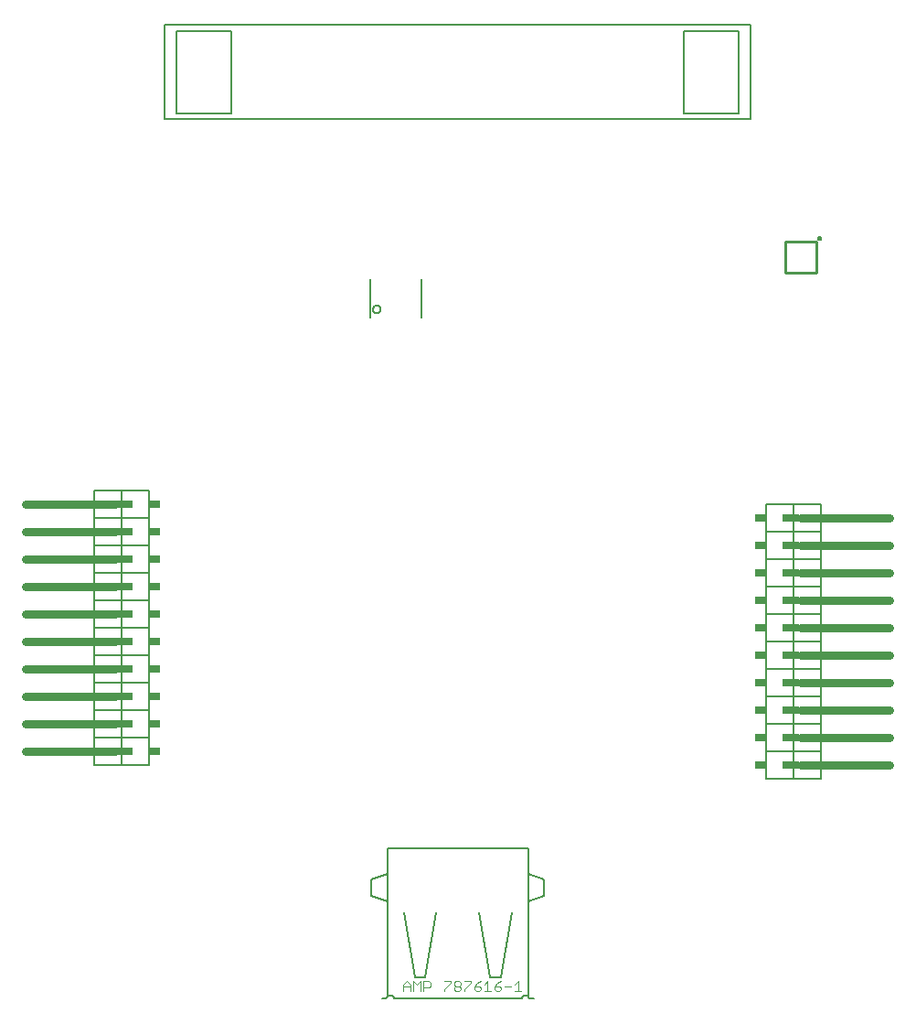
<source format=gto>
G75*
%MOIN*%
%OFA0B0*%
%FSLAX25Y25*%
%IPPOS*%
%LPD*%
%AMOC8*
5,1,8,0,0,1.08239X$1,22.5*
%
%ADD10C,0.00600*%
%ADD11C,0.00500*%
%ADD12C,0.03000*%
%ADD13R,0.02000X0.03000*%
%ADD14R,0.04000X0.03000*%
%ADD15C,0.01000*%
%ADD16C,0.00800*%
%ADD17C,0.00300*%
D10*
X0027500Y0090000D02*
X0037500Y0090000D01*
X0047500Y0090000D01*
X0047500Y0100000D01*
X0047500Y0110000D01*
X0047500Y0120000D01*
X0047500Y0130000D01*
X0047500Y0140000D01*
X0047500Y0150000D01*
X0047500Y0160000D01*
X0047500Y0170000D01*
X0047500Y0180000D01*
X0047500Y0190000D01*
X0037500Y0190000D01*
X0037500Y0180000D01*
X0037500Y0170000D01*
X0037500Y0160000D01*
X0037500Y0150000D01*
X0037500Y0140000D01*
X0037500Y0130000D01*
X0037500Y0120000D01*
X0037500Y0110000D01*
X0037500Y0100000D01*
X0037500Y0090000D01*
X0037500Y0100000D01*
X0047500Y0100000D01*
X0047500Y0110000D02*
X0037500Y0110000D01*
X0037500Y0120000D01*
X0047500Y0120000D01*
X0047500Y0130000D02*
X0037500Y0130000D01*
X0037500Y0140000D01*
X0047500Y0140000D01*
X0047500Y0150000D02*
X0037500Y0150000D01*
X0037500Y0160000D01*
X0047500Y0160000D01*
X0047500Y0170000D02*
X0037500Y0170000D01*
X0037500Y0180000D01*
X0047500Y0180000D01*
X0037500Y0180000D02*
X0037500Y0190000D01*
X0027500Y0190000D01*
X0027500Y0180000D01*
X0027500Y0170000D01*
X0027500Y0160000D01*
X0027500Y0150000D01*
X0027500Y0140000D01*
X0027500Y0130000D01*
X0027500Y0120000D01*
X0027500Y0110000D01*
X0027500Y0100000D01*
X0027500Y0090000D01*
X0027500Y0100000D02*
X0037500Y0100000D01*
X0037500Y0110000D01*
X0027500Y0110000D01*
X0027500Y0120000D02*
X0037500Y0120000D01*
X0037500Y0130000D01*
X0027500Y0130000D01*
X0027500Y0140000D02*
X0037500Y0140000D01*
X0037500Y0150000D01*
X0027500Y0150000D01*
X0027500Y0160000D02*
X0037500Y0160000D01*
X0037500Y0170000D01*
X0027500Y0170000D01*
X0027500Y0180000D02*
X0037500Y0180000D01*
X0128201Y0252902D02*
X0128201Y0267098D01*
X0146799Y0267098D02*
X0146799Y0252902D01*
X0272500Y0185000D02*
X0272500Y0175000D01*
X0272500Y0165000D01*
X0272500Y0155000D01*
X0272500Y0145000D01*
X0272500Y0135000D01*
X0272500Y0125000D01*
X0272500Y0115000D01*
X0272500Y0105000D01*
X0272500Y0095000D01*
X0272500Y0085000D01*
X0282500Y0085000D01*
X0292500Y0085000D01*
X0292500Y0095000D01*
X0292500Y0105000D01*
X0292500Y0115000D01*
X0292500Y0125000D01*
X0292500Y0135000D01*
X0292500Y0145000D01*
X0292500Y0155000D01*
X0292500Y0165000D01*
X0292500Y0175000D01*
X0292500Y0185000D01*
X0282500Y0185000D01*
X0282500Y0175000D01*
X0282500Y0165000D01*
X0282500Y0155000D01*
X0282500Y0145000D01*
X0282500Y0135000D01*
X0282500Y0125000D01*
X0282500Y0115000D01*
X0282500Y0105000D01*
X0282500Y0095000D01*
X0282500Y0085000D01*
X0282500Y0095000D01*
X0292500Y0095000D01*
X0292500Y0105000D02*
X0282500Y0105000D01*
X0282500Y0095000D01*
X0272500Y0095000D01*
X0272500Y0105000D02*
X0282500Y0105000D01*
X0282500Y0115000D01*
X0292500Y0115000D01*
X0292500Y0125000D02*
X0282500Y0125000D01*
X0282500Y0115000D01*
X0272500Y0115000D01*
X0272500Y0125000D02*
X0282500Y0125000D01*
X0282500Y0135000D01*
X0292500Y0135000D01*
X0292500Y0145000D02*
X0282500Y0145000D01*
X0282500Y0135000D01*
X0272500Y0135000D01*
X0272500Y0145000D02*
X0282500Y0145000D01*
X0282500Y0155000D01*
X0292500Y0155000D01*
X0292500Y0165000D02*
X0282500Y0165000D01*
X0282500Y0155000D01*
X0272500Y0155000D01*
X0272500Y0165000D02*
X0282500Y0165000D01*
X0282500Y0175000D01*
X0292500Y0175000D01*
X0282500Y0175000D02*
X0282500Y0185000D01*
X0272500Y0185000D01*
X0272500Y0175000D02*
X0282500Y0175000D01*
D11*
X0291725Y0281875D02*
X0291727Y0281899D01*
X0291733Y0281923D01*
X0291742Y0281945D01*
X0291755Y0281965D01*
X0291771Y0281983D01*
X0291790Y0281998D01*
X0291811Y0282011D01*
X0291833Y0282019D01*
X0291857Y0282024D01*
X0291881Y0282025D01*
X0291905Y0282022D01*
X0291928Y0282015D01*
X0291950Y0282005D01*
X0291970Y0281991D01*
X0291987Y0281974D01*
X0292002Y0281955D01*
X0292013Y0281934D01*
X0292021Y0281911D01*
X0292025Y0281887D01*
X0292025Y0281863D01*
X0292021Y0281839D01*
X0292013Y0281816D01*
X0292002Y0281795D01*
X0291987Y0281776D01*
X0291970Y0281759D01*
X0291950Y0281745D01*
X0291928Y0281735D01*
X0291905Y0281728D01*
X0291881Y0281725D01*
X0291857Y0281726D01*
X0291833Y0281731D01*
X0291811Y0281739D01*
X0291790Y0281752D01*
X0291771Y0281767D01*
X0291755Y0281785D01*
X0291742Y0281805D01*
X0291733Y0281827D01*
X0291727Y0281851D01*
X0291725Y0281875D01*
X0291562Y0281875D02*
X0291564Y0281910D01*
X0291570Y0281945D01*
X0291580Y0281978D01*
X0291593Y0282011D01*
X0291610Y0282042D01*
X0291630Y0282070D01*
X0291654Y0282096D01*
X0291680Y0282120D01*
X0291708Y0282140D01*
X0291739Y0282157D01*
X0291772Y0282170D01*
X0291805Y0282180D01*
X0291840Y0282186D01*
X0291875Y0282188D01*
X0291910Y0282186D01*
X0291945Y0282180D01*
X0291978Y0282170D01*
X0292011Y0282157D01*
X0292042Y0282140D01*
X0292070Y0282120D01*
X0292096Y0282096D01*
X0292120Y0282070D01*
X0292140Y0282042D01*
X0292157Y0282011D01*
X0292170Y0281978D01*
X0292180Y0281945D01*
X0292186Y0281910D01*
X0292188Y0281875D01*
X0292186Y0281840D01*
X0292180Y0281805D01*
X0292170Y0281772D01*
X0292157Y0281739D01*
X0292140Y0281708D01*
X0292120Y0281680D01*
X0292096Y0281654D01*
X0292070Y0281630D01*
X0292042Y0281610D01*
X0292011Y0281593D01*
X0291978Y0281580D01*
X0291945Y0281570D01*
X0291910Y0281564D01*
X0291875Y0281562D01*
X0291840Y0281564D01*
X0291805Y0281570D01*
X0291772Y0281580D01*
X0291739Y0281593D01*
X0291708Y0281610D01*
X0291680Y0281630D01*
X0291654Y0281654D01*
X0291630Y0281680D01*
X0291610Y0281708D01*
X0291593Y0281739D01*
X0291580Y0281772D01*
X0291570Y0281805D01*
X0291564Y0281840D01*
X0291562Y0281875D01*
X0291250Y0281875D02*
X0291252Y0281925D01*
X0291258Y0281974D01*
X0291268Y0282023D01*
X0291281Y0282070D01*
X0291299Y0282117D01*
X0291320Y0282162D01*
X0291344Y0282205D01*
X0291372Y0282246D01*
X0291403Y0282285D01*
X0291437Y0282321D01*
X0291474Y0282355D01*
X0291514Y0282385D01*
X0291555Y0282412D01*
X0291599Y0282436D01*
X0291644Y0282456D01*
X0291691Y0282472D01*
X0291739Y0282485D01*
X0291788Y0282494D01*
X0291838Y0282499D01*
X0291887Y0282500D01*
X0291937Y0282497D01*
X0291986Y0282490D01*
X0292035Y0282479D01*
X0292082Y0282465D01*
X0292128Y0282446D01*
X0292173Y0282424D01*
X0292216Y0282399D01*
X0292256Y0282370D01*
X0292294Y0282338D01*
X0292330Y0282304D01*
X0292363Y0282266D01*
X0292392Y0282226D01*
X0292418Y0282184D01*
X0292441Y0282140D01*
X0292460Y0282094D01*
X0292476Y0282047D01*
X0292488Y0281998D01*
X0292496Y0281949D01*
X0292500Y0281900D01*
X0292500Y0281850D01*
X0292496Y0281801D01*
X0292488Y0281752D01*
X0292476Y0281703D01*
X0292460Y0281656D01*
X0292441Y0281610D01*
X0292418Y0281566D01*
X0292392Y0281524D01*
X0292363Y0281484D01*
X0292330Y0281446D01*
X0292294Y0281412D01*
X0292256Y0281380D01*
X0292216Y0281351D01*
X0292173Y0281326D01*
X0292128Y0281304D01*
X0292082Y0281285D01*
X0292035Y0281271D01*
X0291986Y0281260D01*
X0291937Y0281253D01*
X0291887Y0281250D01*
X0291838Y0281251D01*
X0291788Y0281256D01*
X0291739Y0281265D01*
X0291691Y0281278D01*
X0291644Y0281294D01*
X0291599Y0281314D01*
X0291555Y0281338D01*
X0291514Y0281365D01*
X0291474Y0281395D01*
X0291437Y0281429D01*
X0291403Y0281465D01*
X0291372Y0281504D01*
X0291344Y0281545D01*
X0291320Y0281588D01*
X0291299Y0281633D01*
X0291281Y0281680D01*
X0291268Y0281727D01*
X0291258Y0281776D01*
X0291252Y0281825D01*
X0291250Y0281875D01*
X0266870Y0325315D02*
X0053130Y0325315D01*
X0053130Y0359646D01*
X0266870Y0359646D01*
X0266870Y0325315D01*
X0262500Y0327500D02*
X0262500Y0357500D01*
X0242500Y0357500D01*
X0242500Y0327500D01*
X0262500Y0327500D01*
X0129000Y0256100D02*
X0129002Y0256175D01*
X0129008Y0256249D01*
X0129018Y0256323D01*
X0129032Y0256396D01*
X0129049Y0256468D01*
X0129071Y0256540D01*
X0129096Y0256610D01*
X0129125Y0256678D01*
X0129158Y0256746D01*
X0129194Y0256811D01*
X0129233Y0256874D01*
X0129276Y0256935D01*
X0129322Y0256994D01*
X0129371Y0257050D01*
X0129423Y0257103D01*
X0129478Y0257154D01*
X0129535Y0257201D01*
X0129595Y0257246D01*
X0129657Y0257287D01*
X0129722Y0257325D01*
X0129788Y0257359D01*
X0129856Y0257390D01*
X0129925Y0257417D01*
X0129996Y0257440D01*
X0130068Y0257460D01*
X0130141Y0257476D01*
X0130214Y0257488D01*
X0130288Y0257496D01*
X0130363Y0257500D01*
X0130437Y0257500D01*
X0130512Y0257496D01*
X0130586Y0257488D01*
X0130659Y0257476D01*
X0130732Y0257460D01*
X0130804Y0257440D01*
X0130875Y0257417D01*
X0130944Y0257390D01*
X0131012Y0257359D01*
X0131078Y0257325D01*
X0131143Y0257287D01*
X0131205Y0257246D01*
X0131265Y0257201D01*
X0131322Y0257154D01*
X0131377Y0257103D01*
X0131429Y0257050D01*
X0131478Y0256994D01*
X0131524Y0256935D01*
X0131567Y0256874D01*
X0131606Y0256811D01*
X0131642Y0256746D01*
X0131675Y0256678D01*
X0131704Y0256610D01*
X0131729Y0256540D01*
X0131751Y0256468D01*
X0131768Y0256396D01*
X0131782Y0256323D01*
X0131792Y0256249D01*
X0131798Y0256175D01*
X0131800Y0256100D01*
X0131798Y0256025D01*
X0131792Y0255951D01*
X0131782Y0255877D01*
X0131768Y0255804D01*
X0131751Y0255732D01*
X0131729Y0255660D01*
X0131704Y0255590D01*
X0131675Y0255522D01*
X0131642Y0255454D01*
X0131606Y0255389D01*
X0131567Y0255326D01*
X0131524Y0255265D01*
X0131478Y0255206D01*
X0131429Y0255150D01*
X0131377Y0255097D01*
X0131322Y0255046D01*
X0131265Y0254999D01*
X0131205Y0254954D01*
X0131143Y0254913D01*
X0131078Y0254875D01*
X0131012Y0254841D01*
X0130944Y0254810D01*
X0130875Y0254783D01*
X0130804Y0254760D01*
X0130732Y0254740D01*
X0130659Y0254724D01*
X0130586Y0254712D01*
X0130512Y0254704D01*
X0130437Y0254700D01*
X0130363Y0254700D01*
X0130288Y0254704D01*
X0130214Y0254712D01*
X0130141Y0254724D01*
X0130068Y0254740D01*
X0129996Y0254760D01*
X0129925Y0254783D01*
X0129856Y0254810D01*
X0129788Y0254841D01*
X0129722Y0254875D01*
X0129657Y0254913D01*
X0129595Y0254954D01*
X0129535Y0254999D01*
X0129478Y0255046D01*
X0129423Y0255097D01*
X0129371Y0255150D01*
X0129322Y0255206D01*
X0129276Y0255265D01*
X0129233Y0255326D01*
X0129194Y0255389D01*
X0129158Y0255454D01*
X0129125Y0255522D01*
X0129096Y0255590D01*
X0129071Y0255660D01*
X0129049Y0255732D01*
X0129032Y0255804D01*
X0129018Y0255877D01*
X0129008Y0255951D01*
X0129002Y0256025D01*
X0129000Y0256100D01*
X0077500Y0327500D02*
X0077500Y0357500D01*
X0057500Y0357500D01*
X0057500Y0327500D01*
X0077500Y0327500D01*
D12*
X0035000Y0185000D02*
X0012500Y0185000D01*
X0012500Y0175000D02*
X0035000Y0175000D01*
X0035000Y0165000D02*
X0012500Y0165000D01*
X0012500Y0155000D02*
X0035000Y0155000D01*
X0035000Y0145000D02*
X0012500Y0145000D01*
X0012500Y0135000D02*
X0035000Y0135000D01*
X0035000Y0125000D02*
X0012500Y0125000D01*
X0012500Y0115000D02*
X0035000Y0115000D01*
X0035000Y0105000D02*
X0012500Y0105000D01*
X0012500Y0095000D02*
X0035000Y0095000D01*
X0025000Y0095000D02*
X0002500Y0095000D01*
X0002500Y0105000D02*
X0025000Y0105000D01*
X0025000Y0115000D02*
X0002500Y0115000D01*
X0002500Y0125000D02*
X0025000Y0125000D01*
X0025000Y0135000D02*
X0002500Y0135000D01*
X0002500Y0145000D02*
X0025000Y0145000D01*
X0025000Y0155000D02*
X0002500Y0155000D01*
X0002500Y0165000D02*
X0025000Y0165000D01*
X0025000Y0175000D02*
X0002500Y0175000D01*
X0002500Y0185000D02*
X0025000Y0185000D01*
X0285000Y0180000D02*
X0307500Y0180000D01*
X0307500Y0170000D02*
X0285000Y0170000D01*
X0285000Y0160000D02*
X0307500Y0160000D01*
X0307500Y0150000D02*
X0285000Y0150000D01*
X0285000Y0140000D02*
X0307500Y0140000D01*
X0307500Y0130000D02*
X0285000Y0130000D01*
X0285000Y0120000D02*
X0307500Y0120000D01*
X0307500Y0110000D02*
X0285000Y0110000D01*
X0285000Y0100000D02*
X0307500Y0100000D01*
X0307500Y0090000D02*
X0285000Y0090000D01*
X0295000Y0090000D02*
X0317500Y0090000D01*
X0317500Y0100000D02*
X0295000Y0100000D01*
X0295000Y0110000D02*
X0317500Y0110000D01*
X0317500Y0120000D02*
X0295000Y0120000D01*
X0295000Y0130000D02*
X0317500Y0130000D01*
X0317500Y0140000D02*
X0295000Y0140000D01*
X0295000Y0150000D02*
X0317500Y0150000D01*
X0317500Y0160000D02*
X0295000Y0160000D01*
X0295000Y0170000D02*
X0317500Y0170000D01*
X0317500Y0180000D02*
X0295000Y0180000D01*
D13*
X0293500Y0180000D03*
X0293500Y0170000D03*
X0293500Y0160000D03*
X0293500Y0150000D03*
X0293500Y0140000D03*
X0293500Y0130000D03*
X0293500Y0120000D03*
X0293500Y0110000D03*
X0293500Y0100000D03*
X0293500Y0090000D03*
X0283500Y0090000D03*
X0283500Y0100000D03*
X0283500Y0110000D03*
X0283500Y0120000D03*
X0283500Y0130000D03*
X0283500Y0140000D03*
X0283500Y0150000D03*
X0283500Y0160000D03*
X0283500Y0170000D03*
X0283500Y0180000D03*
X0036500Y0175000D03*
X0036500Y0165000D03*
X0036500Y0155000D03*
X0036500Y0145000D03*
X0036500Y0135000D03*
X0036500Y0125000D03*
X0036500Y0115000D03*
X0036500Y0105000D03*
X0036500Y0095000D03*
X0026500Y0095000D03*
X0026500Y0105000D03*
X0026500Y0115000D03*
X0026500Y0125000D03*
X0026500Y0135000D03*
X0026500Y0145000D03*
X0026500Y0155000D03*
X0026500Y0165000D03*
X0026500Y0175000D03*
X0026500Y0185000D03*
X0036500Y0185000D03*
D14*
X0039500Y0185000D03*
X0039500Y0175000D03*
X0039500Y0165000D03*
X0039500Y0155000D03*
X0039500Y0145000D03*
X0039500Y0135000D03*
X0039500Y0125000D03*
X0039500Y0115000D03*
X0039500Y0105000D03*
X0039500Y0095000D03*
X0049500Y0095000D03*
X0049500Y0105000D03*
X0049500Y0115000D03*
X0049500Y0125000D03*
X0049500Y0135000D03*
X0049500Y0145000D03*
X0049500Y0155000D03*
X0049500Y0165000D03*
X0049500Y0175000D03*
X0049500Y0185000D03*
X0270500Y0180000D03*
X0270500Y0170000D03*
X0270500Y0160000D03*
X0270500Y0150000D03*
X0270500Y0140000D03*
X0270500Y0130000D03*
X0270500Y0120000D03*
X0270500Y0110000D03*
X0270500Y0100000D03*
X0270500Y0090000D03*
X0280500Y0090000D03*
X0280500Y0100000D03*
X0280500Y0110000D03*
X0280500Y0120000D03*
X0280500Y0130000D03*
X0280500Y0140000D03*
X0280500Y0150000D03*
X0280500Y0160000D03*
X0280500Y0170000D03*
X0280500Y0180000D03*
D15*
X0279375Y0269375D02*
X0279375Y0280625D01*
X0290625Y0280625D01*
X0290625Y0269375D01*
X0279375Y0269375D01*
D16*
X0185591Y0059724D02*
X0134409Y0059724D01*
X0134409Y0050276D01*
X0128504Y0048307D01*
X0128504Y0042402D01*
X0134409Y0040433D01*
X0134409Y0006181D01*
X0134410Y0006181D01*
X0135591Y0006181D01*
X0135657Y0006179D01*
X0135723Y0006174D01*
X0135789Y0006164D01*
X0135854Y0006151D01*
X0135918Y0006135D01*
X0135981Y0006115D01*
X0136043Y0006091D01*
X0136103Y0006064D01*
X0136162Y0006034D01*
X0136219Y0006000D01*
X0136274Y0005963D01*
X0136327Y0005923D01*
X0136378Y0005881D01*
X0136426Y0005835D01*
X0136472Y0005787D01*
X0136514Y0005736D01*
X0136554Y0005683D01*
X0136591Y0005628D01*
X0136625Y0005571D01*
X0136655Y0005512D01*
X0136682Y0005452D01*
X0136706Y0005390D01*
X0136726Y0005327D01*
X0136742Y0005263D01*
X0136755Y0005198D01*
X0136765Y0005132D01*
X0136770Y0005066D01*
X0136772Y0005000D01*
X0183228Y0005000D01*
X0183229Y0005000D02*
X0183231Y0005069D01*
X0183237Y0005137D01*
X0183247Y0005205D01*
X0183261Y0005272D01*
X0183279Y0005339D01*
X0183300Y0005404D01*
X0183326Y0005468D01*
X0183355Y0005530D01*
X0183387Y0005590D01*
X0183423Y0005649D01*
X0183463Y0005705D01*
X0183505Y0005759D01*
X0183551Y0005810D01*
X0183599Y0005859D01*
X0183651Y0005905D01*
X0183705Y0005947D01*
X0183761Y0005987D01*
X0183819Y0006023D01*
X0183880Y0006055D01*
X0183942Y0006084D01*
X0184006Y0006110D01*
X0184071Y0006131D01*
X0184137Y0006149D01*
X0184205Y0006163D01*
X0184273Y0006173D01*
X0184341Y0006179D01*
X0184410Y0006181D01*
X0184409Y0006181D02*
X0185591Y0006181D01*
X0185591Y0040433D01*
X0191496Y0042402D01*
X0191496Y0048307D01*
X0185591Y0050276D01*
X0185591Y0059724D01*
X0185591Y0050276D02*
X0185591Y0040433D01*
X0179685Y0036496D02*
X0175748Y0012874D01*
X0171811Y0012874D01*
X0167874Y0036496D01*
X0152126Y0036496D02*
X0148189Y0012874D01*
X0144252Y0012874D01*
X0140315Y0036496D01*
X0134409Y0040433D02*
X0134409Y0050276D01*
X0134410Y0006181D02*
X0134408Y0006115D01*
X0134403Y0006049D01*
X0134393Y0005983D01*
X0134380Y0005918D01*
X0134364Y0005854D01*
X0134344Y0005791D01*
X0134320Y0005729D01*
X0134293Y0005669D01*
X0134263Y0005610D01*
X0134229Y0005553D01*
X0134192Y0005498D01*
X0134152Y0005445D01*
X0134110Y0005394D01*
X0134064Y0005346D01*
X0134016Y0005300D01*
X0133965Y0005258D01*
X0133912Y0005218D01*
X0133857Y0005181D01*
X0133800Y0005147D01*
X0133741Y0005117D01*
X0133681Y0005090D01*
X0133619Y0005066D01*
X0133556Y0005046D01*
X0133492Y0005030D01*
X0133427Y0005017D01*
X0133361Y0005007D01*
X0133295Y0005002D01*
X0133229Y0005000D01*
X0133228Y0005000D02*
X0132441Y0005000D01*
X0186772Y0005000D02*
X0187559Y0005000D01*
X0186772Y0005000D02*
X0186706Y0005002D01*
X0186640Y0005007D01*
X0186574Y0005017D01*
X0186509Y0005030D01*
X0186445Y0005046D01*
X0186382Y0005066D01*
X0186320Y0005090D01*
X0186260Y0005117D01*
X0186201Y0005147D01*
X0186144Y0005181D01*
X0186089Y0005218D01*
X0186036Y0005258D01*
X0185985Y0005300D01*
X0185937Y0005346D01*
X0185891Y0005394D01*
X0185849Y0005445D01*
X0185809Y0005498D01*
X0185772Y0005553D01*
X0185738Y0005610D01*
X0185708Y0005669D01*
X0185681Y0005729D01*
X0185657Y0005791D01*
X0185637Y0005854D01*
X0185621Y0005918D01*
X0185608Y0005983D01*
X0185598Y0006049D01*
X0185593Y0006115D01*
X0185591Y0006181D01*
D17*
X0183133Y0007650D02*
X0180665Y0007650D01*
X0181899Y0007650D02*
X0181899Y0011353D01*
X0180665Y0010119D01*
X0179450Y0009502D02*
X0176981Y0009502D01*
X0175767Y0008884D02*
X0175150Y0009502D01*
X0173298Y0009502D01*
X0173298Y0008267D01*
X0173915Y0007650D01*
X0175150Y0007650D01*
X0175767Y0008267D01*
X0175767Y0008884D01*
X0174533Y0010736D02*
X0173298Y0009502D01*
X0174533Y0010736D02*
X0175767Y0011353D01*
X0170850Y0011353D02*
X0170850Y0007650D01*
X0172084Y0007650D02*
X0169615Y0007650D01*
X0168401Y0008267D02*
X0168401Y0008884D01*
X0167784Y0009502D01*
X0165932Y0009502D01*
X0165932Y0008267D01*
X0166549Y0007650D01*
X0167784Y0007650D01*
X0168401Y0008267D01*
X0169615Y0010119D02*
X0170850Y0011353D01*
X0168401Y0011353D02*
X0167166Y0010736D01*
X0165932Y0009502D01*
X0164718Y0010736D02*
X0162249Y0008267D01*
X0162249Y0007650D01*
X0161034Y0008267D02*
X0160417Y0007650D01*
X0159183Y0007650D01*
X0158566Y0008267D01*
X0158566Y0008884D01*
X0159183Y0009502D01*
X0160417Y0009502D01*
X0161034Y0008884D01*
X0161034Y0008267D01*
X0160417Y0009502D02*
X0161034Y0010119D01*
X0161034Y0010736D01*
X0160417Y0011353D01*
X0159183Y0011353D01*
X0158566Y0010736D01*
X0158566Y0010119D01*
X0159183Y0009502D01*
X0157351Y0010736D02*
X0154883Y0008267D01*
X0154883Y0007650D01*
X0154883Y0011353D02*
X0157351Y0011353D01*
X0157351Y0010736D01*
X0162249Y0011353D02*
X0164718Y0011353D01*
X0164718Y0010736D01*
X0149985Y0010736D02*
X0149985Y0009502D01*
X0149368Y0008884D01*
X0147516Y0008884D01*
X0147516Y0007650D02*
X0147516Y0011353D01*
X0149368Y0011353D01*
X0149985Y0010736D01*
X0146302Y0011353D02*
X0146302Y0007650D01*
X0143833Y0007650D02*
X0143833Y0011353D01*
X0145068Y0010119D01*
X0146302Y0011353D01*
X0142619Y0010119D02*
X0142619Y0007650D01*
X0142619Y0009502D02*
X0140150Y0009502D01*
X0140150Y0010119D02*
X0141384Y0011353D01*
X0142619Y0010119D01*
X0140150Y0010119D02*
X0140150Y0007650D01*
M02*

</source>
